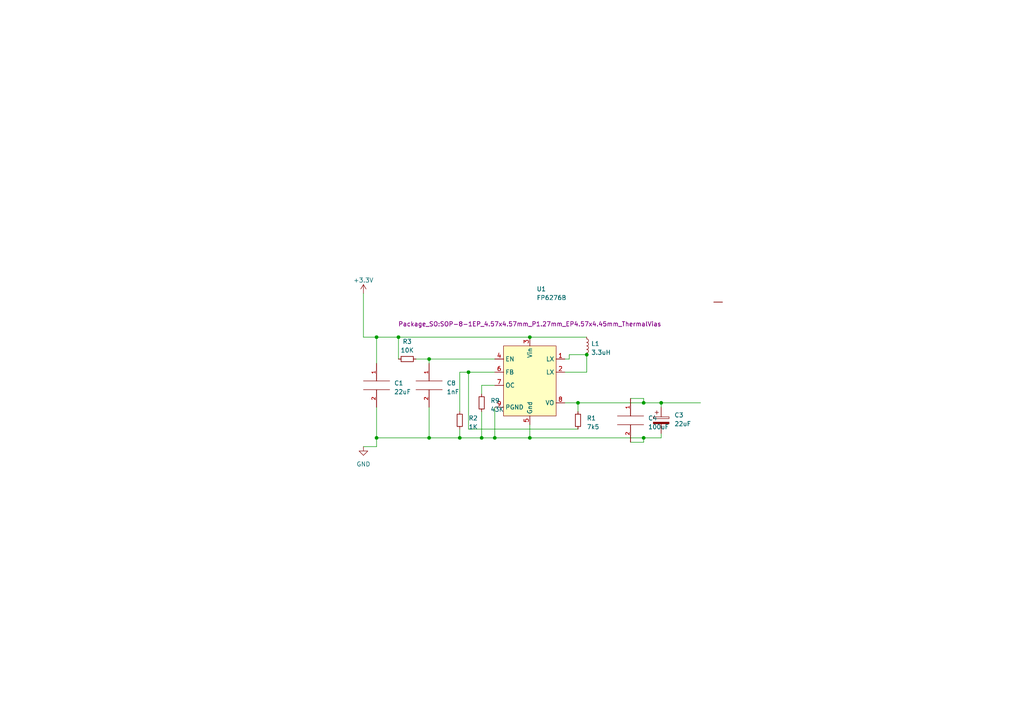
<source format=kicad_sch>
(kicad_sch (version 20220904) (generator eeschema)
  (paper "A4")
  (lib_symbols
    (symbol "Device:C_Polarized" (pin_numbers hide) (pin_names (offset 0.254))
      (property "Reference" "C" (at 0.635 2.54 0))
      (property "Value" "C_Polarized" (at 0.635 -2.54 0))
      (symbol "C_Polarized_0_1"
        (rectangle (start -2.286 0.508) (end 2.286 1.016))
        (polyline (pts (xy -1.778 2.286) (xy -0.762 2.286)))
        (polyline (pts (xy -1.27 2.794) (xy -1.27 1.778)))
        (rectangle (start 2.286 -0.508) (end -2.286 -1.016) (fill (type outline)))
      )
      (symbol "C_Polarized_1_1"
        (pin passive line (at 0 3.81 270) (length 2.794) (name "~") (number "1"))
        (pin passive line (at 0 -3.81 90) (length 2.794) (name "~") (number "2"))
      )
    )
    (symbol "Device:L_Small" (pin_numbers hide) (pin_names (offset 0.254) hide)
      (property "Reference" "L" (at 0.762 1.016 0))
      (property "Value" "L_Small" (at 0.762 -1.016 0))
      (symbol "L_Small_0_1"
        (arc (start 0 -2.032) (mid 0.508 -1.524) (end 0 -1.016))
        (arc (start 0 -1.016) (mid 0.508 -0.508) (end 0 0))
        (arc (start 0 0) (mid 0.508 0.508) (end 0 1.016))
        (arc (start 0 1.016) (mid 0.508 1.524) (end 0 2.032))
      )
      (symbol "L_Small_1_1"
        (pin passive line (at 0 2.54 270) (length 0.508) (name "~") (number "1"))
        (pin passive line (at 0 -2.54 90) (length 0.508) (name "~") (number "2"))
      )
    )
    (symbol "Device:R_Small" (pin_numbers hide) (pin_names (offset 0.254) hide)
      (property "Reference" "R" (at 0.762 0.508 0))
      (property "Value" "R_Small" (at 0.762 -1.016 0))
      (symbol "R_Small_0_1"
        (rectangle (start -0.762 1.778) (end 0.762 -1.778) (stroke (width 0.2032)))
      )
      (symbol "R_Small_1_1"
        (pin passive line (at 0 2.54 270) (length 0.762) (name "~") (number "1"))
        (pin passive line (at 0 -2.54 90) (length 0.762) (name "~") (number "2"))
      )
    )
    (symbol "huffee:FP6276B"
      (property "Reference" "U" (at 0 -12.7 0))
      (property "Value" "FP6276B" (at 0 -15.24 0))
      (symbol "FP6276B_0_1"
        (rectangle (start -7.62 -6.35) (end 7.62 -26.67) (fill (type background)))
      )
      (symbol "FP6276B_1_1"
        (pin input line (at 53.34 6.35 0) (length 2.54) (name "") (number ""))
        (pin output line (at 10.16 -10.16 180) (length 2.54) (name "LX") (number "1"))
        (pin output line (at 10.16 -13.97 180) (length 2.54) (name "LX") (number "2"))
        (pin power_in line (at 0 -3.81 270) (length 2.54) (name "Vin") (number "3"))
        (pin input line (at -10.16 -10.16 0) (length 2.54) (name "EN") (number "4"))
        (pin power_in line (at 0 -29.21 90) (length 2.54) (name "Gnd") (number "5"))
        (pin input line (at -10.16 -13.97 0) (length 2.54) (name "FB") (number "6"))
        (pin input line (at -10.16 -17.78 0) (length 2.54) (name "OC") (number "7"))
        (pin output line (at 10.16 -22.86 180) (length 2.54) (name "VO") (number "8"))
        (pin power_in line (at -10.16 -24.13 0) (length 2.54) (name "PGND") (number "9"))
      )
    )
    (symbol "power:+3.3V" (power) (pin_names (offset 0))
      (property "Value" "+3.3V" (at 0 3.556 0))
      (symbol "+3.3V_0_1"
        (polyline (pts (xy -0.762 1.27) (xy 0 2.54)))
        (polyline (pts (xy 0 0) (xy 0 2.54)))
        (polyline (pts (xy 0 2.54) (xy 0.762 1.27)))
      )
      (symbol "+3.3V_1_1"
        (pin power_in line (at 0 0 90) (length 0) hide (name "+3.3V") (number "1"))
      )
    )
    (symbol "power:GND" (power) (pin_names (offset 0))
      (property "Value" "GND" (at 0 -3.81 0))
      (symbol "GND_0_1"
        (polyline (pts (xy 0 0) (xy 0 -1.27) (xy 1.27 -1.27) (xy 0 -2.54) (xy -1.27 -1.27) (xy 0 -1.27)))
      )
      (symbol "GND_1_1"
        (pin power_in line (at 0 0 270) (length 0) hide (name "GND") (number "1"))
      )
    )
    (symbol "pspice:CAP" (pin_names (offset 0.254))
      (property "Reference" "C" (at 2.54 3.81 90))
      (property "Value" "CAP" (at 2.54 -3.81 90))
      (symbol "CAP_0_1"
        (polyline (pts (xy -3.81 -1.27) (xy 3.81 -1.27)))
        (polyline (pts (xy -3.81 1.27) (xy 3.81 1.27)))
      )
      (symbol "CAP_1_1"
        (pin passive line (at 0 6.35 270) (length 5.08) (name "~") (number "1"))
        (pin passive line (at 0 -6.35 90) (length 5.08) (name "~") (number "2"))
      )
    )
  )
  (junction (at 153.67 127))
  (junction (at 186.69 116.84))
  (junction (at 124.46 104.14))
  (junction (at 143.51 127))
  (junction (at 167.64 116.84))
  (junction (at 191.77 116.84))
  (junction (at 170.18 102.87))
  (junction (at 153.67 97.79))
  (junction (at 139.7 127))
  (junction (at 109.22 97.79))
  (junction (at 133.35 127))
  (junction (at 109.22 127))
  (junction (at 124.46 127))
  (junction (at 115.57 97.79))
  (junction (at 186.69 127))
  (junction (at 135.89 107.95))
  (wire (pts (xy 182.88 115.57) (xy 186.69 115.57)))
  (wire (pts (xy 124.46 127) (xy 133.35 127)))
  (wire (pts (xy 109.22 97.79) (xy 115.57 97.79)))
  (wire (pts (xy 109.22 97.79) (xy 109.22 105.41)))
  (wire (pts (xy 143.51 118.11) (xy 143.51 127)))
  (wire (pts (xy 191.77 116.84) (xy 191.77 118.11)))
  (wire (pts (xy 135.89 124.46) (xy 167.64 124.46)))
  (wire (pts (xy 143.51 107.95) (xy 135.89 107.95)))
  (wire (pts (xy 124.46 104.14) (xy 124.46 105.41)))
  (wire (pts (xy 115.57 97.79) (xy 115.57 104.14)))
  (wire (pts (xy 153.67 127) (xy 186.69 127)))
  (wire (pts (xy 153.67 123.19) (xy 153.67 127)))
  (wire (pts (xy 143.51 104.14) (xy 124.46 104.14)))
  (wire (pts (xy 139.7 127) (xy 143.51 127)))
  (wire (pts (xy 109.22 129.54) (xy 109.22 127)))
  (wire (pts (xy 124.46 104.14) (xy 120.65 104.14)))
  (wire (pts (xy 105.41 97.79) (xy 105.41 85.09)))
  (wire (pts (xy 109.22 118.11) (xy 109.22 127)))
  (wire (pts (xy 143.51 127) (xy 153.67 127)))
  (wire (pts (xy 167.64 116.84) (xy 186.69 116.84)))
  (wire (pts (xy 170.18 97.79) (xy 153.67 97.79)))
  (wire (pts (xy 165.1 104.14) (xy 163.83 104.14)))
  (wire (pts (xy 124.46 118.11) (xy 124.46 127)))
  (wire (pts (xy 139.7 111.76) (xy 139.7 114.3)))
  (wire (pts (xy 133.35 127) (xy 139.7 127)))
  (wire (pts (xy 139.7 119.38) (xy 139.7 127)))
  (wire (pts (xy 191.77 125.73) (xy 191.77 127)))
  (wire (pts (xy 186.69 128.27) (xy 186.69 127)))
  (wire (pts (xy 186.69 115.57) (xy 186.69 116.84)))
  (wire (pts (xy 115.57 97.79) (xy 153.67 97.79)))
  (wire (pts (xy 170.18 107.95) (xy 170.18 102.87)))
  (wire (pts (xy 105.41 97.79) (xy 109.22 97.79)))
  (wire (pts (xy 133.35 107.95) (xy 133.35 119.38)))
  (wire (pts (xy 163.83 107.95) (xy 170.18 107.95)))
  (wire (pts (xy 135.89 107.95) (xy 135.89 124.46)))
  (wire (pts (xy 135.89 107.95) (xy 133.35 107.95)))
  (wire (pts (xy 163.83 116.84) (xy 167.64 116.84)))
  (wire (pts (xy 165.1 102.87) (xy 170.18 102.87)))
  (wire (pts (xy 143.51 111.76) (xy 139.7 111.76)))
  (wire (pts (xy 105.41 129.54) (xy 109.22 129.54)))
  (wire (pts (xy 182.88 128.27) (xy 186.69 128.27)))
  (wire (pts (xy 109.22 127) (xy 124.46 127)))
  (wire (pts (xy 167.64 119.38) (xy 167.64 116.84)))
  (wire (pts (xy 165.1 104.14) (xy 165.1 102.87)))
  (wire (pts (xy 186.69 127) (xy 191.77 127)))
  (wire (pts (xy 191.77 116.84) (xy 203.2 116.84)))
  (wire (pts (xy 133.35 124.46) (xy 133.35 127)))
  (wire (pts (xy 186.69 116.84) (xy 191.77 116.84)))
  (symbol (lib_id "Device:R_Small") (at 167.64 121.92 0) (unit 1)
    (default_instance (reference "R1") (unit 1) (value "7k5") (footprint "Resistor_SMD:R_0603_1608Metric_Pad0.98x0.95mm_HandSolder"))
    (property "Reference" "R1" (at 170.18 121.285 0) (effects (justify left)))
    (property "Value" "7k5" (at 170.18 123.825 0) (effects (justify left)))
    (property "Footprint" "Resistor_SMD:R_0603_1608Metric_Pad0.98x0.95mm_HandSolder" (effects hide))
  )
  (symbol (lib_id "Device:R_Small") (at 118.11 104.14 270) (unit 1)
    (default_instance (reference "R3") (unit 1) (value "10K") (footprint "Resistor_SMD:R_0603_1608Metric_Pad0.98x0.95mm_HandSolder"))
    (property "Reference" "R3" (at 118.11 99.06 90))
    (property "Value" "10K" (at 118.11 101.6 90))
    (property "Footprint" "Resistor_SMD:R_0603_1608Metric_Pad0.98x0.95mm_HandSolder" (effects hide))
  )
  (symbol (lib_id "Device:L_Small") (at 170.18 100.33 0) (unit 1)
    (default_instance (reference "L1") (unit 1) (value "3.3uH") (footprint "Inductor_SMD:L_Vishay_IHLP-2525"))
    (property "Reference" "L1" (at 171.45 99.695 0) (effects (justify left)))
    (property "Value" "3.3uH" (at 171.45 102.235 0) (effects (justify left)))
    (property "Footprint" "Inductor_SMD:L_Vishay_IHLP-2525" (effects hide))
  )
  (symbol (lib_id "Device:C_Polarized") (at 191.77 121.92 0) (unit 1)
    (default_instance (reference "C3") (unit 1) (value "22uF") (footprint "Capacitor_SMD:C_0603_1608Metric_Pad1.08x0.95mm_HandSolder"))
    (property "Reference" "C3" (at 195.58 120.396 0) (effects (justify left)))
    (property "Value" "22uF" (at 195.58 122.936 0) (effects (justify left)))
    (property "Footprint" "Capacitor_SMD:C_0603_1608Metric_Pad1.08x0.95mm_HandSolder" (effects hide))
  )
  (symbol (lib_id "power:GND") (at 105.41 129.54 0) (unit 1)
    (default_instance (reference "#PWR03") (unit 1) (value "GND") (footprint ""))
    (property "Reference" "#PWR03" (effects hide))
    (property "Value" "GND" (at 105.41 134.62 0))
  )
  (symbol (lib_id "pspice:CAP") (at 109.22 111.76 0) (unit 1)
    (default_instance (reference "C1") (unit 1) (value "22uF") (footprint "Capacitor_SMD:C_0603_1608Metric_Pad1.08x0.95mm_HandSolder"))
    (property "Reference" "C1" (at 114.3 111.125 0) (effects (justify left)))
    (property "Value" "22uF" (at 114.3 113.665 0) (effects (justify left)))
    (property "Footprint" "Capacitor_SMD:C_0603_1608Metric_Pad1.08x0.95mm_HandSolder" (effects hide))
  )
  (symbol (lib_id "Device:R_Small") (at 139.7 116.84 0) (unit 1)
    (default_instance (reference "R9") (unit 1) (value "43K") (footprint "Resistor_SMD:R_0603_1608Metric_Pad0.98x0.95mm_HandSolder"))
    (property "Reference" "R9" (at 142.24 116.205 0) (effects (justify left)))
    (property "Value" "43K" (at 142.24 118.745 0) (effects (justify left)))
    (property "Footprint" "Resistor_SMD:R_0603_1608Metric_Pad0.98x0.95mm_HandSolder" (effects hide))
  )
  (symbol (lib_id "Device:R_Small") (at 133.35 121.92 0) (unit 1)
    (default_instance (reference "R2") (unit 1) (value "1K") (footprint "Resistor_SMD:R_0603_1608Metric_Pad0.98x0.95mm_HandSolder"))
    (property "Reference" "R2" (at 135.89 121.285 0) (effects (justify left)))
    (property "Value" "1K" (at 135.89 123.825 0) (effects (justify left)))
    (property "Footprint" "Resistor_SMD:R_0603_1608Metric_Pad0.98x0.95mm_HandSolder" (effects hide))
  )
  (symbol (lib_id "pspice:CAP") (at 182.88 121.92 0) (unit 1)
    (default_instance (reference "C4") (unit 1) (value "100uF") (footprint "Capacitor_SMD:C_0603_1608Metric_Pad1.08x0.95mm_HandSolder"))
    (property "Reference" "C4" (at 187.96 121.285 0) (effects (justify left)))
    (property "Value" "100uF" (at 187.96 123.825 0) (effects (justify left)))
    (property "Footprint" "Capacitor_SMD:C_0603_1608Metric_Pad1.08x0.95mm_HandSolder" (effects hide))
  )
  (symbol (lib_id "pspice:CAP") (at 124.46 111.76 0) (unit 1)
    (default_instance (reference "C8") (unit 1) (value "1nF") (footprint "Capacitor_SMD:C_0603_1608Metric_Pad1.08x0.95mm_HandSolder"))
    (property "Reference" "C8" (at 129.54 111.125 0) (effects (justify left)))
    (property "Value" "1nF" (at 129.54 113.665 0) (effects (justify left)))
    (property "Footprint" "Capacitor_SMD:C_0603_1608Metric_Pad1.08x0.95mm_HandSolder" (effects hide))
  )
  (symbol (lib_id "power:+3.3V") (at 105.41 85.09 0) (unit 1)
    (default_instance (reference "#PWR02") (unit 1) (value "+3.3V") (footprint ""))
    (property "Reference" "#PWR02" (effects hide))
    (property "Value" "+3.3V" (at 105.41 81.28 0))
  )
  (symbol (lib_id "huffee:FP6276B") (at 153.67 93.98 0) (unit 1)
    (default_instance (reference "U1") (unit 1) (value "FP6276B") (footprint "Package_SO:SOP-8-1EP_4.57x4.57mm_P1.27mm_EP4.57x4.45mm_ThermalVias"))
    (property "Reference" "U1" (at 155.6259 83.82 0) (effects (justify left)))
    (property "Value" "FP6276B" (at 155.6259 86.36 0) (effects (justify left)))
    (property "Footprint" "Package_SO:SOP-8-1EP_4.57x4.57mm_P1.27mm_EP4.57x4.45mm_ThermalVias" (at 153.67 93.98 0))
  )
)
</source>
